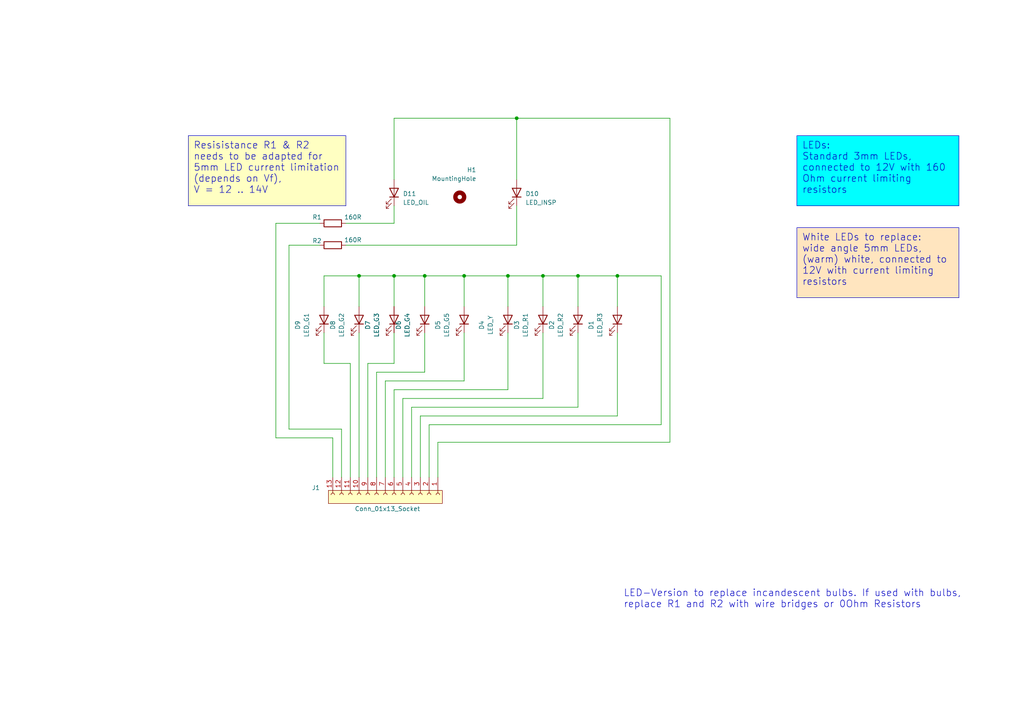
<source format=kicad_sch>
(kicad_sch
	(version 20231120)
	(generator "eeschema")
	(generator_version "8.0")
	(uuid "28701a9c-d23d-46df-8581-995298ac6e43")
	(paper "A4")
	(title_block
		(title "E30 VFL SI Indicator Board (9 LED)")
		(date "2024-06-15")
		(rev "2")
	)
	(lib_symbols
		(symbol "Connector:Conn_01x13_Socket"
			(pin_names
				(offset 1.016) hide)
			(exclude_from_sim no)
			(in_bom yes)
			(on_board yes)
			(property "Reference" "J1"
				(at -2.032 -21.336 90)
				(effects
					(font
						(size 1.27 1.27)
					)
					(justify left)
				)
			)
			(property "Value" "Conn_01x13_Socket"
				(at 4.064 -8.89 90)
				(effects
					(font
						(size 1.27 1.27)
					)
					(justify left)
				)
			)
			(property "Footprint" "Connector_PinSocket_2.54mm:PinSocket_1x13_P2.54mm_Horizontal"
				(at -5.588 22.86 0)
				(effects
					(font
						(size 1.27 1.27)
					)
					(hide yes)
				)
			)
			(property "Datasheet" "~"
				(at 0 0 0)
				(effects
					(font
						(size 1.27 1.27)
					)
					(hide yes)
				)
			)
			(property "Description" "Generic connector, single row, 01x13, script generated"
				(at -4.572 20.066 0)
				(effects
					(font
						(size 1.27 1.27)
					)
					(hide yes)
				)
			)
			(property "ki_locked" ""
				(at 0 0 0)
				(effects
					(font
						(size 1.27 1.27)
					)
				)
			)
			(property "ki_keywords" "connector"
				(at 0 0 0)
				(effects
					(font
						(size 1.27 1.27)
					)
					(hide yes)
				)
			)
			(property "ki_fp_filters" "Connector*:*_1x??_*"
				(at 0 0 0)
				(effects
					(font
						(size 1.27 1.27)
					)
					(hide yes)
				)
			)
			(symbol "Conn_01x13_Socket_1_1"
				(rectangle
					(start -1.27 16.51)
					(end 2.54 -16.51)
					(stroke
						(width 0)
						(type default)
					)
					(fill
						(type background)
					)
				)
				(arc
					(start 0 -14.732)
					(mid -0.5058 -15.24)
					(end 0 -15.748)
					(stroke
						(width 0.1524)
						(type default)
					)
					(fill
						(type none)
					)
				)
				(arc
					(start 0 -12.192)
					(mid -0.5058 -12.7)
					(end 0 -13.208)
					(stroke
						(width 0.1524)
						(type default)
					)
					(fill
						(type none)
					)
				)
				(arc
					(start 0 -9.652)
					(mid -0.5058 -10.16)
					(end 0 -10.668)
					(stroke
						(width 0.1524)
						(type default)
					)
					(fill
						(type none)
					)
				)
				(arc
					(start 0 -7.112)
					(mid -0.5058 -7.62)
					(end 0 -8.128)
					(stroke
						(width 0.1524)
						(type default)
					)
					(fill
						(type none)
					)
				)
				(arc
					(start 0 -4.572)
					(mid -0.5058 -5.08)
					(end 0 -5.588)
					(stroke
						(width 0.1524)
						(type default)
					)
					(fill
						(type none)
					)
				)
				(arc
					(start 0 -2.032)
					(mid -0.5058 -2.54)
					(end 0 -3.048)
					(stroke
						(width 0.1524)
						(type default)
					)
					(fill
						(type none)
					)
				)
				(polyline
					(pts
						(xy -1.27 -15.24) (xy -0.508 -15.24)
					)
					(stroke
						(width 0.1524)
						(type default)
					)
					(fill
						(type none)
					)
				)
				(polyline
					(pts
						(xy -1.27 -12.7) (xy -0.508 -12.7)
					)
					(stroke
						(width 0.1524)
						(type default)
					)
					(fill
						(type none)
					)
				)
				(polyline
					(pts
						(xy -1.27 -10.16) (xy -0.508 -10.16)
					)
					(stroke
						(width 0.1524)
						(type default)
					)
					(fill
						(type none)
					)
				)
				(polyline
					(pts
						(xy -1.27 -7.62) (xy -0.508 -7.62)
					)
					(stroke
						(width 0.1524)
						(type default)
					)
					(fill
						(type none)
					)
				)
				(polyline
					(pts
						(xy -1.27 -5.08) (xy -0.508 -5.08)
					)
					(stroke
						(width 0.1524)
						(type default)
					)
					(fill
						(type none)
					)
				)
				(polyline
					(pts
						(xy -1.27 -2.54) (xy -0.508 -2.54)
					)
					(stroke
						(width 0.1524)
						(type default)
					)
					(fill
						(type none)
					)
				)
				(polyline
					(pts
						(xy -1.27 0) (xy -0.508 0)
					)
					(stroke
						(width 0.1524)
						(type default)
					)
					(fill
						(type none)
					)
				)
				(polyline
					(pts
						(xy -1.27 2.54) (xy -0.508 2.54)
					)
					(stroke
						(width 0.1524)
						(type default)
					)
					(fill
						(type none)
					)
				)
				(polyline
					(pts
						(xy -1.27 5.08) (xy -0.508 5.08)
					)
					(stroke
						(width 0.1524)
						(type default)
					)
					(fill
						(type none)
					)
				)
				(polyline
					(pts
						(xy -1.27 7.62) (xy -0.508 7.62)
					)
					(stroke
						(width 0.1524)
						(type default)
					)
					(fill
						(type none)
					)
				)
				(polyline
					(pts
						(xy -1.27 10.16) (xy -0.508 10.16)
					)
					(stroke
						(width 0.1524)
						(type default)
					)
					(fill
						(type none)
					)
				)
				(polyline
					(pts
						(xy -1.27 12.7) (xy -0.508 12.7)
					)
					(stroke
						(width 0.1524)
						(type default)
					)
					(fill
						(type none)
					)
				)
				(polyline
					(pts
						(xy -1.27 15.24) (xy -0.508 15.24)
					)
					(stroke
						(width 0.1524)
						(type default)
					)
					(fill
						(type none)
					)
				)
				(arc
					(start 0 0.508)
					(mid -0.5058 0)
					(end 0 -0.508)
					(stroke
						(width 0.1524)
						(type default)
					)
					(fill
						(type none)
					)
				)
				(arc
					(start 0 3.048)
					(mid -0.5058 2.54)
					(end 0 2.032)
					(stroke
						(width 0.1524)
						(type default)
					)
					(fill
						(type none)
					)
				)
				(arc
					(start 0 5.588)
					(mid -0.5058 5.08)
					(end 0 4.572)
					(stroke
						(width 0.1524)
						(type default)
					)
					(fill
						(type none)
					)
				)
				(arc
					(start 0 8.128)
					(mid -0.5058 7.62)
					(end 0 7.112)
					(stroke
						(width 0.1524)
						(type default)
					)
					(fill
						(type none)
					)
				)
				(arc
					(start 0 10.668)
					(mid -0.5058 10.16)
					(end 0 9.652)
					(stroke
						(width 0.1524)
						(type default)
					)
					(fill
						(type none)
					)
				)
				(arc
					(start 0 13.208)
					(mid -0.5058 12.7)
					(end 0 12.192)
					(stroke
						(width 0.1524)
						(type default)
					)
					(fill
						(type none)
					)
				)
				(arc
					(start 0 15.748)
					(mid -0.5058 15.24)
					(end 0 14.732)
					(stroke
						(width 0.1524)
						(type default)
					)
					(fill
						(type none)
					)
				)
				(pin passive line
					(at -5.08 15.24 0)
					(length 3.81)
					(name "GND_BULB"
						(effects
							(font
								(size 1.27 1.27)
							)
						)
					)
					(number "1"
						(effects
							(font
								(size 1.27 1.27)
							)
						)
					)
				)
				(pin passive line
					(at -5.08 -7.62 0)
					(length 3.81)
					(name "LED_G2"
						(effects
							(font
								(size 1.27 1.27)
							)
						)
					)
					(number "10"
						(effects
							(font
								(size 1.27 1.27)
							)
						)
					)
				)
				(pin passive line
					(at -5.08 -10.16 0)
					(length 3.81)
					(name "LED_G1"
						(effects
							(font
								(size 1.27 1.27)
							)
						)
					)
					(number "11"
						(effects
							(font
								(size 1.27 1.27)
							)
						)
					)
				)
				(pin passive line
					(at -5.08 -12.7 0)
					(length 3.81)
					(name "BULB_INSPECTION"
						(effects
							(font
								(size 1.27 1.27)
							)
						)
					)
					(number "12"
						(effects
							(font
								(size 1.27 1.27)
							)
						)
					)
				)
				(pin passive line
					(at -5.08 -15.24 0)
					(length 3.81)
					(name "BULB_OILSERVICE"
						(effects
							(font
								(size 1.27 1.27)
							)
						)
					)
					(number "13"
						(effects
							(font
								(size 1.27 1.27)
							)
						)
					)
				)
				(pin passive line
					(at -5.08 12.7 0)
					(length 3.81)
					(name "GND_LED"
						(effects
							(font
								(size 1.27 1.27)
							)
						)
					)
					(number "2"
						(effects
							(font
								(size 1.27 1.27)
							)
						)
					)
				)
				(pin passive line
					(at -5.08 10.16 0)
					(length 3.81)
					(name "LED_R3"
						(effects
							(font
								(size 1.27 1.27)
							)
						)
					)
					(number "3"
						(effects
							(font
								(size 1.27 1.27)
							)
						)
					)
				)
				(pin passive line
					(at -5.08 7.62 0)
					(length 3.81)
					(name "LED_R2"
						(effects
							(font
								(size 1.27 1.27)
							)
						)
					)
					(number "4"
						(effects
							(font
								(size 1.27 1.27)
							)
						)
					)
				)
				(pin passive line
					(at -5.08 5.08 0)
					(length 3.81)
					(name "LED_R1"
						(effects
							(font
								(size 1.27 1.27)
							)
						)
					)
					(number "5"
						(effects
							(font
								(size 1.27 1.27)
							)
						)
					)
				)
				(pin passive line
					(at -5.08 2.54 0)
					(length 3.81)
					(name "LED_Y"
						(effects
							(font
								(size 1.27 1.27)
							)
						)
					)
					(number "6"
						(effects
							(font
								(size 1.27 1.27)
							)
						)
					)
				)
				(pin passive line
					(at -5.08 0 0)
					(length 3.81)
					(name "LED_G5"
						(effects
							(font
								(size 1.27 1.27)
							)
						)
					)
					(number "7"
						(effects
							(font
								(size 1.27 1.27)
							)
						)
					)
				)
				(pin passive line
					(at -5.08 -2.54 0)
					(length 3.81)
					(name "LED_G4"
						(effects
							(font
								(size 1.27 1.27)
							)
						)
					)
					(number "8"
						(effects
							(font
								(size 1.27 1.27)
							)
						)
					)
				)
				(pin passive line
					(at -5.08 -5.08 0)
					(length 3.81)
					(name "LED_G3"
						(effects
							(font
								(size 1.27 1.27)
							)
						)
					)
					(number "9"
						(effects
							(font
								(size 1.27 1.27)
							)
						)
					)
				)
			)
		)
		(symbol "Device:LED"
			(pin_numbers hide)
			(pin_names
				(offset 1.016) hide)
			(exclude_from_sim no)
			(in_bom yes)
			(on_board yes)
			(property "Reference" "D"
				(at 0 2.54 0)
				(effects
					(font
						(size 1.27 1.27)
					)
				)
			)
			(property "Value" "LED"
				(at 0 -2.54 0)
				(effects
					(font
						(size 1.27 1.27)
					)
				)
			)
			(property "Footprint" ""
				(at 0 0 0)
				(effects
					(font
						(size 1.27 1.27)
					)
					(hide yes)
				)
			)
			(property "Datasheet" "~"
				(at 0 0 0)
				(effects
					(font
						(size 1.27 1.27)
					)
					(hide yes)
				)
			)
			(property "Description" "Light emitting diode"
				(at 0 0 0)
				(effects
					(font
						(size 1.27 1.27)
					)
					(hide yes)
				)
			)
			(property "ki_keywords" "LED diode"
				(at 0 0 0)
				(effects
					(font
						(size 1.27 1.27)
					)
					(hide yes)
				)
			)
			(property "ki_fp_filters" "LED* LED_SMD:* LED_THT:*"
				(at 0 0 0)
				(effects
					(font
						(size 1.27 1.27)
					)
					(hide yes)
				)
			)
			(symbol "LED_0_1"
				(polyline
					(pts
						(xy -1.27 -1.27) (xy -1.27 1.27)
					)
					(stroke
						(width 0.254)
						(type default)
					)
					(fill
						(type none)
					)
				)
				(polyline
					(pts
						(xy -1.27 0) (xy 1.27 0)
					)
					(stroke
						(width 0)
						(type default)
					)
					(fill
						(type none)
					)
				)
				(polyline
					(pts
						(xy 1.27 -1.27) (xy 1.27 1.27) (xy -1.27 0) (xy 1.27 -1.27)
					)
					(stroke
						(width 0.254)
						(type default)
					)
					(fill
						(type none)
					)
				)
				(polyline
					(pts
						(xy -3.048 -0.762) (xy -4.572 -2.286) (xy -3.81 -2.286) (xy -4.572 -2.286) (xy -4.572 -1.524)
					)
					(stroke
						(width 0)
						(type default)
					)
					(fill
						(type none)
					)
				)
				(polyline
					(pts
						(xy -1.778 -0.762) (xy -3.302 -2.286) (xy -2.54 -2.286) (xy -3.302 -2.286) (xy -3.302 -1.524)
					)
					(stroke
						(width 0)
						(type default)
					)
					(fill
						(type none)
					)
				)
			)
			(symbol "LED_1_1"
				(pin passive line
					(at -3.81 0 0)
					(length 2.54)
					(name "K"
						(effects
							(font
								(size 1.27 1.27)
							)
						)
					)
					(number "1"
						(effects
							(font
								(size 1.27 1.27)
							)
						)
					)
				)
				(pin passive line
					(at 3.81 0 180)
					(length 2.54)
					(name "A"
						(effects
							(font
								(size 1.27 1.27)
							)
						)
					)
					(number "2"
						(effects
							(font
								(size 1.27 1.27)
							)
						)
					)
				)
			)
		)
		(symbol "Device:R"
			(pin_numbers hide)
			(pin_names
				(offset 0)
			)
			(exclude_from_sim no)
			(in_bom yes)
			(on_board yes)
			(property "Reference" "R"
				(at 2.032 0 90)
				(effects
					(font
						(size 1.27 1.27)
					)
				)
			)
			(property "Value" "R"
				(at 0 0 90)
				(effects
					(font
						(size 1.27 1.27)
					)
				)
			)
			(property "Footprint" ""
				(at -1.778 0 90)
				(effects
					(font
						(size 1.27 1.27)
					)
					(hide yes)
				)
			)
			(property "Datasheet" "~"
				(at 0 0 0)
				(effects
					(font
						(size 1.27 1.27)
					)
					(hide yes)
				)
			)
			(property "Description" "Resistor"
				(at 0 0 0)
				(effects
					(font
						(size 1.27 1.27)
					)
					(hide yes)
				)
			)
			(property "ki_keywords" "R res resistor"
				(at 0 0 0)
				(effects
					(font
						(size 1.27 1.27)
					)
					(hide yes)
				)
			)
			(property "ki_fp_filters" "R_*"
				(at 0 0 0)
				(effects
					(font
						(size 1.27 1.27)
					)
					(hide yes)
				)
			)
			(symbol "R_0_1"
				(rectangle
					(start -1.016 -2.54)
					(end 1.016 2.54)
					(stroke
						(width 0.254)
						(type default)
					)
					(fill
						(type none)
					)
				)
			)
			(symbol "R_1_1"
				(pin passive line
					(at 0 3.81 270)
					(length 1.27)
					(name "~"
						(effects
							(font
								(size 1.27 1.27)
							)
						)
					)
					(number "1"
						(effects
							(font
								(size 1.27 1.27)
							)
						)
					)
				)
				(pin passive line
					(at 0 -3.81 90)
					(length 1.27)
					(name "~"
						(effects
							(font
								(size 1.27 1.27)
							)
						)
					)
					(number "2"
						(effects
							(font
								(size 1.27 1.27)
							)
						)
					)
				)
			)
		)
		(symbol "Mechanical:MountingHole"
			(pin_names
				(offset 1.016)
			)
			(exclude_from_sim yes)
			(in_bom no)
			(on_board yes)
			(property "Reference" "H"
				(at 0 5.08 0)
				(effects
					(font
						(size 1.27 1.27)
					)
				)
			)
			(property "Value" "MountingHole"
				(at 0 3.175 0)
				(effects
					(font
						(size 1.27 1.27)
					)
				)
			)
			(property "Footprint" ""
				(at 0 0 0)
				(effects
					(font
						(size 1.27 1.27)
					)
					(hide yes)
				)
			)
			(property "Datasheet" "~"
				(at 0 0 0)
				(effects
					(font
						(size 1.27 1.27)
					)
					(hide yes)
				)
			)
			(property "Description" "Mounting Hole without connection"
				(at 0 0 0)
				(effects
					(font
						(size 1.27 1.27)
					)
					(hide yes)
				)
			)
			(property "ki_keywords" "mounting hole"
				(at 0 0 0)
				(effects
					(font
						(size 1.27 1.27)
					)
					(hide yes)
				)
			)
			(property "ki_fp_filters" "MountingHole*"
				(at 0 0 0)
				(effects
					(font
						(size 1.27 1.27)
					)
					(hide yes)
				)
			)
			(symbol "MountingHole_0_1"
				(circle
					(center 0 0)
					(radius 1.27)
					(stroke
						(width 1.27)
						(type default)
					)
					(fill
						(type none)
					)
				)
			)
		)
	)
	(junction
		(at 149.86 34.29)
		(diameter 0)
		(color 0 0 0 0)
		(uuid "01e77aac-425d-4f22-8a7d-e5590a9975c1")
	)
	(junction
		(at 157.48 80.01)
		(diameter 0)
		(color 0 0 0 0)
		(uuid "0c5d28ec-faef-4b31-8074-06836b5c3b1f")
	)
	(junction
		(at 134.62 80.01)
		(diameter 0)
		(color 0 0 0 0)
		(uuid "1fa4cf51-3268-4613-bcc6-732733704f3c")
	)
	(junction
		(at 167.64 80.01)
		(diameter 0)
		(color 0 0 0 0)
		(uuid "5d94c471-88f4-4175-b04e-209cf60b1fe5")
	)
	(junction
		(at 104.14 80.01)
		(diameter 0)
		(color 0 0 0 0)
		(uuid "67b56741-512a-4cfe-b1c5-f33db27a97a1")
	)
	(junction
		(at 147.32 80.01)
		(diameter 0)
		(color 0 0 0 0)
		(uuid "8158bcce-b27b-4907-b8b7-a57cc59e5325")
	)
	(junction
		(at 123.19 80.01)
		(diameter 0)
		(color 0 0 0 0)
		(uuid "98b316ff-d0e1-4d43-b085-09efdbbdfe08")
	)
	(junction
		(at 179.07 80.01)
		(diameter 0)
		(color 0 0 0 0)
		(uuid "b887fa28-bec7-4cc0-966f-95d0d3fdb843")
	)
	(junction
		(at 114.3 80.01)
		(diameter 0)
		(color 0 0 0 0)
		(uuid "d71e5686-841a-4a88-864f-755247f8283a")
	)
	(wire
		(pts
			(xy 93.98 88.9) (xy 93.98 80.01)
		)
		(stroke
			(width 0)
			(type default)
		)
		(uuid "0187928d-84b8-40fa-ac38-4c0f5a19d9b6")
	)
	(wire
		(pts
			(xy 194.31 128.27) (xy 194.31 34.29)
		)
		(stroke
			(width 0)
			(type default)
		)
		(uuid "0d60e459-c697-4c99-956a-d2a6d222be0c")
	)
	(wire
		(pts
			(xy 114.3 52.07) (xy 114.3 34.29)
		)
		(stroke
			(width 0)
			(type default)
		)
		(uuid "1363e373-c095-4dd7-a1ac-2ab64359e91a")
	)
	(wire
		(pts
			(xy 109.22 138.43) (xy 109.22 107.95)
		)
		(stroke
			(width 0)
			(type default)
		)
		(uuid "25866954-0d5a-4986-85da-2784d566716b")
	)
	(wire
		(pts
			(xy 114.3 138.43) (xy 114.3 113.03)
		)
		(stroke
			(width 0)
			(type default)
		)
		(uuid "26175183-f9ef-4785-bdb5-08eecb810559")
	)
	(wire
		(pts
			(xy 134.62 80.01) (xy 123.19 80.01)
		)
		(stroke
			(width 0)
			(type default)
		)
		(uuid "26f68217-a779-4b9f-8520-9636d370ce48")
	)
	(wire
		(pts
			(xy 116.84 138.43) (xy 116.84 115.57)
		)
		(stroke
			(width 0)
			(type default)
		)
		(uuid "28dec619-61b4-4f77-a84b-deaeb020cb2c")
	)
	(wire
		(pts
			(xy 99.06 138.43) (xy 99.06 124.46)
		)
		(stroke
			(width 0)
			(type default)
		)
		(uuid "2ba1d81f-0c37-4bd4-ad37-2d0ef146b6ed")
	)
	(wire
		(pts
			(xy 101.6 138.43) (xy 101.6 105.41)
		)
		(stroke
			(width 0)
			(type default)
		)
		(uuid "2c6319fe-b573-4246-ac16-cd961d198333")
	)
	(wire
		(pts
			(xy 147.32 88.9) (xy 147.32 80.01)
		)
		(stroke
			(width 0)
			(type default)
		)
		(uuid "348a1c49-270f-44e1-ba9a-7670c8c0ee09")
	)
	(wire
		(pts
			(xy 100.33 64.77) (xy 114.3 64.77)
		)
		(stroke
			(width 0)
			(type default)
		)
		(uuid "37702ca0-2b67-428e-be4a-c11f72ac97bd")
	)
	(wire
		(pts
			(xy 114.3 80.01) (xy 104.14 80.01)
		)
		(stroke
			(width 0)
			(type default)
		)
		(uuid "3b7b7a89-3edc-45ee-bf45-5bc1c08728ef")
	)
	(wire
		(pts
			(xy 101.6 105.41) (xy 93.98 105.41)
		)
		(stroke
			(width 0)
			(type default)
		)
		(uuid "3ea8b653-88b0-452e-9e3c-3261eedd033c")
	)
	(wire
		(pts
			(xy 96.52 138.43) (xy 96.52 127)
		)
		(stroke
			(width 0)
			(type default)
		)
		(uuid "40d75380-c539-4a50-aa3d-a01f5ba02bc2")
	)
	(wire
		(pts
			(xy 147.32 113.03) (xy 147.32 96.52)
		)
		(stroke
			(width 0)
			(type default)
		)
		(uuid "48719739-46cc-4707-ab56-0f9e3482bf1a")
	)
	(wire
		(pts
			(xy 179.07 120.65) (xy 179.07 96.52)
		)
		(stroke
			(width 0)
			(type default)
		)
		(uuid "49b6659b-3bab-4580-8501-ecea11db221b")
	)
	(wire
		(pts
			(xy 114.3 113.03) (xy 147.32 113.03)
		)
		(stroke
			(width 0)
			(type default)
		)
		(uuid "5193b852-0e91-4247-9f94-942bdcd7c439")
	)
	(wire
		(pts
			(xy 179.07 88.9) (xy 179.07 80.01)
		)
		(stroke
			(width 0)
			(type default)
		)
		(uuid "566582f5-8a66-4bbd-8a27-af8835e1435d")
	)
	(wire
		(pts
			(xy 119.38 138.43) (xy 119.38 118.11)
		)
		(stroke
			(width 0)
			(type default)
		)
		(uuid "56d72c7b-02c6-4254-8a21-524f2c16a196")
	)
	(wire
		(pts
			(xy 109.22 107.95) (xy 123.19 107.95)
		)
		(stroke
			(width 0)
			(type default)
		)
		(uuid "5db2cc3a-6150-43c5-911f-d87aa5d2b666")
	)
	(wire
		(pts
			(xy 179.07 80.01) (xy 167.64 80.01)
		)
		(stroke
			(width 0)
			(type default)
		)
		(uuid "5e8ea94a-0bf3-40ef-85e8-381425275b36")
	)
	(wire
		(pts
			(xy 149.86 52.07) (xy 149.86 34.29)
		)
		(stroke
			(width 0)
			(type default)
		)
		(uuid "6c2de2fe-f48a-469b-9668-378e8bd172a9")
	)
	(wire
		(pts
			(xy 93.98 105.41) (xy 93.98 96.52)
		)
		(stroke
			(width 0)
			(type default)
		)
		(uuid "6ed23116-04de-43b7-bb81-e8757400cb2a")
	)
	(wire
		(pts
			(xy 167.64 118.11) (xy 167.64 96.52)
		)
		(stroke
			(width 0)
			(type default)
		)
		(uuid "703a2a03-2d1c-4442-bac6-9f99ba4fd1b9")
	)
	(wire
		(pts
			(xy 121.92 138.43) (xy 121.92 120.65)
		)
		(stroke
			(width 0)
			(type default)
		)
		(uuid "713a8d68-2252-4ee2-afba-09c4342c1d8b")
	)
	(wire
		(pts
			(xy 149.86 34.29) (xy 114.3 34.29)
		)
		(stroke
			(width 0)
			(type default)
		)
		(uuid "727a7298-acef-41f5-851d-76b1a114d39b")
	)
	(wire
		(pts
			(xy 134.62 88.9) (xy 134.62 80.01)
		)
		(stroke
			(width 0)
			(type default)
		)
		(uuid "7370d48e-b832-4c25-9618-446a0ee168b8")
	)
	(wire
		(pts
			(xy 100.33 71.12) (xy 149.86 71.12)
		)
		(stroke
			(width 0)
			(type default)
		)
		(uuid "743b7def-7613-4be6-91a0-7d53deb6cc98")
	)
	(wire
		(pts
			(xy 114.3 59.69) (xy 114.3 64.77)
		)
		(stroke
			(width 0)
			(type default)
		)
		(uuid "7e6d012b-67c8-4fd0-98d2-86894d91e96c")
	)
	(wire
		(pts
			(xy 194.31 34.29) (xy 149.86 34.29)
		)
		(stroke
			(width 0)
			(type default)
		)
		(uuid "829637f1-4b3d-450a-b5d1-55e5c5071aa0")
	)
	(wire
		(pts
			(xy 157.48 115.57) (xy 157.48 96.52)
		)
		(stroke
			(width 0)
			(type default)
		)
		(uuid "86d94721-c2e4-4e5d-b12a-8d3d66aa6912")
	)
	(wire
		(pts
			(xy 106.68 138.43) (xy 106.68 105.41)
		)
		(stroke
			(width 0)
			(type default)
		)
		(uuid "8bd42c83-c7c5-4f89-9d38-237abeb4b00e")
	)
	(wire
		(pts
			(xy 80.01 127) (xy 80.01 64.77)
		)
		(stroke
			(width 0)
			(type default)
		)
		(uuid "8f44a566-3a28-4415-9b15-582077525f65")
	)
	(wire
		(pts
			(xy 104.14 138.43) (xy 104.14 96.52)
		)
		(stroke
			(width 0)
			(type default)
		)
		(uuid "90c97833-3271-4b92-9303-fadf24374d03")
	)
	(wire
		(pts
			(xy 83.82 71.12) (xy 92.71 71.12)
		)
		(stroke
			(width 0)
			(type default)
		)
		(uuid "9171c46a-ebc1-4e23-a308-9b191e14f195")
	)
	(wire
		(pts
			(xy 104.14 80.01) (xy 93.98 80.01)
		)
		(stroke
			(width 0)
			(type default)
		)
		(uuid "93711c58-0737-4eaf-883f-3e65aced6225")
	)
	(wire
		(pts
			(xy 123.19 88.9) (xy 123.19 80.01)
		)
		(stroke
			(width 0)
			(type default)
		)
		(uuid "9889b8b6-f357-4401-8136-25c38f7168ff")
	)
	(wire
		(pts
			(xy 127 138.43) (xy 127 128.27)
		)
		(stroke
			(width 0)
			(type default)
		)
		(uuid "9f573c0f-fa4a-4eb2-83d5-53350603ae13")
	)
	(wire
		(pts
			(xy 80.01 127) (xy 96.52 127)
		)
		(stroke
			(width 0)
			(type default)
		)
		(uuid "a02eb3d4-b4d4-41bf-9742-a91c409b2f3e")
	)
	(wire
		(pts
			(xy 106.68 105.41) (xy 114.3 105.41)
		)
		(stroke
			(width 0)
			(type default)
		)
		(uuid "a16032c8-f41e-426f-ba95-08a2468ab42b")
	)
	(wire
		(pts
			(xy 123.19 80.01) (xy 114.3 80.01)
		)
		(stroke
			(width 0)
			(type default)
		)
		(uuid "a20b6540-49ed-4420-b6b7-754e1b67d833")
	)
	(wire
		(pts
			(xy 167.64 88.9) (xy 167.64 80.01)
		)
		(stroke
			(width 0)
			(type default)
		)
		(uuid "a72c3236-8e81-4be9-ad2c-536c1c758b1d")
	)
	(wire
		(pts
			(xy 147.32 80.01) (xy 134.62 80.01)
		)
		(stroke
			(width 0)
			(type default)
		)
		(uuid "ab9ce2ee-4c4b-4025-8316-94fd752971cd")
	)
	(wire
		(pts
			(xy 114.3 88.9) (xy 114.3 80.01)
		)
		(stroke
			(width 0)
			(type default)
		)
		(uuid "b2846dcf-8786-4338-a526-08b90c2cf993")
	)
	(wire
		(pts
			(xy 114.3 105.41) (xy 114.3 96.52)
		)
		(stroke
			(width 0)
			(type default)
		)
		(uuid "b2991807-87ef-4654-b2f1-4f5539f93b06")
	)
	(wire
		(pts
			(xy 119.38 118.11) (xy 167.64 118.11)
		)
		(stroke
			(width 0)
			(type default)
		)
		(uuid "b54f7e47-8a11-4ef3-9be4-0e15661808a5")
	)
	(wire
		(pts
			(xy 123.19 107.95) (xy 123.19 96.52)
		)
		(stroke
			(width 0)
			(type default)
		)
		(uuid "b6701612-4ea3-425f-be98-873a2cf02453")
	)
	(wire
		(pts
			(xy 157.48 88.9) (xy 157.48 80.01)
		)
		(stroke
			(width 0)
			(type default)
		)
		(uuid "b93342fe-60a4-4d89-8fbb-4a2c2ccd310c")
	)
	(wire
		(pts
			(xy 104.14 88.9) (xy 104.14 80.01)
		)
		(stroke
			(width 0)
			(type default)
		)
		(uuid "bae738e2-ea9d-41a8-9921-09a7c42e2dbb")
	)
	(wire
		(pts
			(xy 111.76 110.49) (xy 134.62 110.49)
		)
		(stroke
			(width 0)
			(type default)
		)
		(uuid "bf6502e1-2168-433a-9017-33404e2b6db7")
	)
	(wire
		(pts
			(xy 149.86 71.12) (xy 149.86 59.69)
		)
		(stroke
			(width 0)
			(type default)
		)
		(uuid "c0c31ee0-d52b-4091-ba5d-8744154989b2")
	)
	(wire
		(pts
			(xy 191.77 123.19) (xy 191.77 80.01)
		)
		(stroke
			(width 0)
			(type default)
		)
		(uuid "c1fe71a4-2c0f-41c3-b1c5-c787c6a0d7bb")
	)
	(wire
		(pts
			(xy 80.01 64.77) (xy 92.71 64.77)
		)
		(stroke
			(width 0)
			(type default)
		)
		(uuid "c6c8bf5f-5922-4a74-90fe-d5fccb3b73cc")
	)
	(wire
		(pts
			(xy 121.92 120.65) (xy 179.07 120.65)
		)
		(stroke
			(width 0)
			(type default)
		)
		(uuid "cf3ac623-0bd6-4952-986a-ba5b646ad4d6")
	)
	(wire
		(pts
			(xy 124.46 123.19) (xy 191.77 123.19)
		)
		(stroke
			(width 0)
			(type default)
		)
		(uuid "d0a5e7a1-e2bf-4668-a9d2-dc403f3b0862")
	)
	(wire
		(pts
			(xy 157.48 80.01) (xy 147.32 80.01)
		)
		(stroke
			(width 0)
			(type default)
		)
		(uuid "e2e97361-be09-4e47-a92e-e90f18a6f638")
	)
	(wire
		(pts
			(xy 124.46 138.43) (xy 124.46 123.19)
		)
		(stroke
			(width 0)
			(type default)
		)
		(uuid "e749ca52-6f4f-4924-b7b0-412f2050b280")
	)
	(wire
		(pts
			(xy 191.77 80.01) (xy 179.07 80.01)
		)
		(stroke
			(width 0)
			(type default)
		)
		(uuid "e98c4db4-c698-40f4-8f62-0af3557313ea")
	)
	(wire
		(pts
			(xy 83.82 124.46) (xy 83.82 71.12)
		)
		(stroke
			(width 0)
			(type default)
		)
		(uuid "efdcb343-fd0c-4ef6-916f-6a291d0cb16e")
	)
	(wire
		(pts
			(xy 99.06 124.46) (xy 83.82 124.46)
		)
		(stroke
			(width 0)
			(type default)
		)
		(uuid "f2f4c849-62e5-4c21-867d-e6c67e3b9499")
	)
	(wire
		(pts
			(xy 134.62 110.49) (xy 134.62 96.52)
		)
		(stroke
			(width 0)
			(type default)
		)
		(uuid "f39bd294-09c7-4a2e-8a3e-f458e719b433")
	)
	(wire
		(pts
			(xy 167.64 80.01) (xy 157.48 80.01)
		)
		(stroke
			(width 0)
			(type default)
		)
		(uuid "f75c4341-23f7-49e4-8cb2-309785cd3bed")
	)
	(wire
		(pts
			(xy 127 128.27) (xy 194.31 128.27)
		)
		(stroke
			(width 0)
			(type default)
		)
		(uuid "f7e9f36d-ae7b-4917-8a6a-e1e0bed34655")
	)
	(wire
		(pts
			(xy 116.84 115.57) (xy 157.48 115.57)
		)
		(stroke
			(width 0)
			(type default)
		)
		(uuid "f9e147c1-2bf2-4021-b395-40fda65c5bc1")
	)
	(wire
		(pts
			(xy 111.76 138.43) (xy 111.76 110.49)
		)
		(stroke
			(width 0)
			(type default)
		)
		(uuid "fd0cd2ff-3946-4652-b900-9f022ecc872d")
	)
	(text_box "White LEDs to replace: \nwide angle 5mm LEDs, (warm) white, connected to 12V with current limiting resistors"
		(exclude_from_sim no)
		(at 231.14 66.04 0)
		(size 46.99 20.32)
		(stroke
			(width 0)
			(type default)
		)
		(fill
			(type color)
			(color 255 229 191 1)
		)
		(effects
			(font
				(size 2 2)
			)
			(justify left top)
		)
		(uuid "15afb8b5-865b-4c75-90c5-0b78218f8046")
	)
	(text_box "LEDs: \nStandard 3mm LEDs, connected to 12V with 160 Ohm current limiting resistors"
		(exclude_from_sim no)
		(at 231.14 39.37 0)
		(size 46.99 20.32)
		(stroke
			(width 0)
			(type default)
		)
		(fill
			(type color)
			(color 0 255 255 1)
		)
		(effects
			(font
				(size 2 2)
			)
			(justify left top)
		)
		(uuid "2ac3c393-2dff-4ffd-81e1-d7c45a48d05f")
	)
	(text_box "Resisistance R1 & R2 needs to be adapted for 5mm LED current limitation (depends on Vf), \nV = 12 .. 14V\n"
		(exclude_from_sim no)
		(at 54.61 39.37 0)
		(size 45.72 20.32)
		(stroke
			(width 0)
			(type default)
		)
		(fill
			(type color)
			(color 255 255 194 1)
		)
		(effects
			(font
				(size 2 2)
			)
			(justify left top)
		)
		(uuid "9a9243cf-7afc-452e-bda2-9a2b7350b3f8")
	)
	(text_box ""
		(exclude_from_sim no)
		(at 247.65 39.37 0)
		(size 0 0)
		(stroke
			(width 0)
			(type default)
		)
		(fill
			(type none)
		)
		(effects
			(font
				(size 3 3)
			)
			(justify left top)
		)
		(uuid "fb480fc6-c143-49c1-aba2-1e71259ed3dc")
	)
	(text "LED-Version to replace incandescent bulbs. If used with bulbs, \nreplace R1 and R2 with wire bridges or 0Ohm Resistors"
		(exclude_from_sim no)
		(at 180.848 173.736 0)
		(effects
			(font
				(size 2 2)
			)
			(justify left)
		)
		(uuid "49a4b7c6-bff4-46d9-b079-d641b0a79cc7")
	)
	(symbol
		(lib_id "Device:R")
		(at 96.52 71.12 90)
		(unit 1)
		(exclude_from_sim no)
		(in_bom yes)
		(on_board yes)
		(dnp no)
		(uuid "0532f61a-7798-4c4d-9f20-799fbc8b1146")
		(property "Reference" "R2"
			(at 91.948 69.85 90)
			(effects
				(font
					(size 1.27 1.27)
				)
			)
		)
		(property "Value" "160R"
			(at 102.362 69.596 90)
			(effects
				(font
					(size 1.27 1.27)
				)
			)
		)
		(property "Footprint" "Resistor_THT:R_Axial_DIN0207_L6.3mm_D2.5mm_P7.62mm_Horizontal"
			(at 96.52 72.898 90)
			(effects
				(font
					(size 1.27 1.27)
				)
				(hide yes)
			)
		)
		(property "Datasheet" "~"
			(at 96.52 71.12 0)
			(effects
				(font
					(size 1.27 1.27)
				)
				(hide yes)
			)
		)
		(property "Description" "Resistor"
			(at 96.52 71.12 0)
			(effects
				(font
					(size 1.27 1.27)
				)
				(hide yes)
			)
		)
		(pin "2"
			(uuid "9366feda-a634-4896-a021-0723108efaf9")
		)
		(pin "1"
			(uuid "b2d24de8-a0ff-4be2-9a4b-b1d306ad6e65")
		)
		(instances
			(project "BMW_E30_VFL_SI_Indicator_LED"
				(path "/28701a9c-d23d-46df-8581-995298ac6e43"
					(reference "R2")
					(unit 1)
				)
			)
		)
	)
	(symbol
		(lib_id "Device:LED")
		(at 157.48 92.71 270)
		(mirror x)
		(unit 1)
		(exclude_from_sim no)
		(in_bom yes)
		(on_board yes)
		(dnp no)
		(fields_autoplaced yes)
		(uuid "16d4a8a6-0de5-4156-aea6-9722f2b7d08a")
		(property "Reference" "D3"
			(at 149.86 94.2975 0)
			(effects
				(font
					(size 1.27 1.27)
				)
			)
		)
		(property "Value" "LED_R1"
			(at 152.4 94.2975 0)
			(effects
				(font
					(size 1.27 1.27)
				)
			)
		)
		(property "Footprint" "LED_THT:LED_D3.0mm"
			(at 157.48 92.71 0)
			(effects
				(font
					(size 1.27 1.27)
				)
				(hide yes)
			)
		)
		(property "Datasheet" "~"
			(at 157.48 92.71 0)
			(effects
				(font
					(size 1.27 1.27)
				)
				(hide yes)
			)
		)
		(property "Description" "Light emitting diode"
			(at 157.48 92.71 0)
			(effects
				(font
					(size 1.27 1.27)
				)
				(hide yes)
			)
		)
		(pin "2"
			(uuid "ad266eaa-0548-4375-9e7e-638f1637a13b")
		)
		(pin "1"
			(uuid "98598a18-c22f-4a07-a6dd-f6304402e687")
		)
		(instances
			(project "BMW_E30_VFL_SI_Indicator_LED"
				(path "/28701a9c-d23d-46df-8581-995298ac6e43"
					(reference "D3")
					(unit 1)
				)
			)
		)
	)
	(symbol
		(lib_id "Device:LED")
		(at 123.19 92.71 270)
		(mirror x)
		(unit 1)
		(exclude_from_sim no)
		(in_bom yes)
		(on_board yes)
		(dnp no)
		(fields_autoplaced yes)
		(uuid "406a5d27-9a30-4096-882a-399a0dfcfc20")
		(property "Reference" "D6"
			(at 115.57 94.2975 0)
			(effects
				(font
					(size 1.27 1.27)
				)
			)
		)
		(property "Value" "LED_G4"
			(at 118.11 94.2975 0)
			(effects
				(font
					(size 1.27 1.27)
				)
			)
		)
		(property "Footprint" "LED_THT:LED_D3.0mm"
			(at 123.19 92.71 0)
			(effects
				(font
					(size 1.27 1.27)
				)
				(hide yes)
			)
		)
		(property "Datasheet" "~"
			(at 123.19 92.71 0)
			(effects
				(font
					(size 1.27 1.27)
				)
				(hide yes)
			)
		)
		(property "Description" "Light emitting diode"
			(at 123.19 92.71 0)
			(effects
				(font
					(size 1.27 1.27)
				)
				(hide yes)
			)
		)
		(pin "2"
			(uuid "337fcad3-d2ca-4375-81bb-fa466fc594c6")
		)
		(pin "1"
			(uuid "bec5fde6-c3c4-4dc6-aaf5-6cf6d0781842")
		)
		(instances
			(project "BMW_E30_VFL_SI_Indicator_LED"
				(path "/28701a9c-d23d-46df-8581-995298ac6e43"
					(reference "D6")
					(unit 1)
				)
			)
		)
	)
	(symbol
		(lib_id "Device:LED")
		(at 179.07 92.71 270)
		(mirror x)
		(unit 1)
		(exclude_from_sim no)
		(in_bom yes)
		(on_board yes)
		(dnp no)
		(fields_autoplaced yes)
		(uuid "5f1a7879-6ca3-4bda-a05e-e4de132b56f1")
		(property "Reference" "D1"
			(at 171.45 94.2975 0)
			(effects
				(font
					(size 1.27 1.27)
				)
			)
		)
		(property "Value" "LED_R3"
			(at 173.99 94.2975 0)
			(effects
				(font
					(size 1.27 1.27)
				)
			)
		)
		(property "Footprint" "LED_THT:LED_D3.0mm"
			(at 179.07 92.71 0)
			(effects
				(font
					(size 1.27 1.27)
				)
				(hide yes)
			)
		)
		(property "Datasheet" "~"
			(at 179.07 92.71 0)
			(effects
				(font
					(size 1.27 1.27)
				)
				(hide yes)
			)
		)
		(property "Description" "Light emitting diode"
			(at 179.07 92.71 0)
			(effects
				(font
					(size 1.27 1.27)
				)
				(hide yes)
			)
		)
		(pin "2"
			(uuid "0f19776a-48d8-4ab6-a9b8-20ad47dd19dc")
		)
		(pin "1"
			(uuid "8c9a11c8-37bb-4e94-8698-7bfda4b1e42b")
		)
		(instances
			(project "BMW_E30_VFL_SI_Indicator_LED"
				(path "/28701a9c-d23d-46df-8581-995298ac6e43"
					(reference "D1")
					(unit 1)
				)
			)
		)
	)
	(symbol
		(lib_id "Mechanical:MountingHole")
		(at 133.35 57.15 90)
		(unit 1)
		(exclude_from_sim yes)
		(in_bom no)
		(on_board yes)
		(dnp no)
		(uuid "68e745eb-9e2e-43f8-8860-85d7fa86c648")
		(property "Reference" "H1"
			(at 138.176 49.276 90)
			(effects
				(font
					(size 1.27 1.27)
				)
				(justify left)
			)
		)
		(property "Value" "MountingHole"
			(at 138.176 51.816 90)
			(effects
				(font
					(size 1.27 1.27)
				)
				(justify left)
			)
		)
		(property "Footprint" "MountingHole:MountingHole_5.5mm"
			(at 133.35 57.15 0)
			(effects
				(font
					(size 1.27 1.27)
				)
				(hide yes)
			)
		)
		(property "Datasheet" "~"
			(at 133.35 57.15 0)
			(effects
				(font
					(size 1.27 1.27)
				)
				(hide yes)
			)
		)
		(property "Description" "Mounting Hole without connection"
			(at 133.35 57.15 0)
			(effects
				(font
					(size 1.27 1.27)
				)
				(hide yes)
			)
		)
		(instances
			(project "BMW_E30_VFL_SI_Indicator_LED"
				(path "/28701a9c-d23d-46df-8581-995298ac6e43"
					(reference "H1")
					(unit 1)
				)
			)
		)
	)
	(symbol
		(lib_id "Device:LED")
		(at 114.3 92.71 270)
		(mirror x)
		(unit 1)
		(exclude_from_sim no)
		(in_bom yes)
		(on_board yes)
		(dnp no)
		(fields_autoplaced yes)
		(uuid "701fb81d-90c2-4837-942b-098cf0d26d6b")
		(property "Reference" "D7"
			(at 106.68 94.2975 0)
			(effects
				(font
					(size 1.27 1.27)
				)
			)
		)
		(property "Value" "LED_G3"
			(at 109.22 94.2975 0)
			(effects
				(font
					(size 1.27 1.27)
				)
			)
		)
		(property "Footprint" "LED_THT:LED_D3.0mm"
			(at 114.3 92.71 0)
			(effects
				(font
					(size 1.27 1.27)
				)
				(hide yes)
			)
		)
		(property "Datasheet" "~"
			(at 114.3 92.71 0)
			(effects
				(font
					(size 1.27 1.27)
				)
				(hide yes)
			)
		)
		(property "Description" "Light emitting diode"
			(at 114.3 92.71 0)
			(effects
				(font
					(size 1.27 1.27)
				)
				(hide yes)
			)
		)
		(pin "2"
			(uuid "45610630-00bd-42a5-bc8c-ca224809ac92")
		)
		(pin "1"
			(uuid "c16c1d43-e161-4e80-958d-9eff4154bdfd")
		)
		(instances
			(project "BMW_E30_VFL_SI_Indicator_LED"
				(path "/28701a9c-d23d-46df-8581-995298ac6e43"
					(reference "D7")
					(unit 1)
				)
			)
		)
	)
	(symbol
		(lib_id "Device:LED")
		(at 149.86 55.88 270)
		(mirror x)
		(unit 1)
		(exclude_from_sim no)
		(in_bom yes)
		(on_board yes)
		(dnp no)
		(fields_autoplaced yes)
		(uuid "72a74ab1-b1ce-4c5f-8f00-389eaf19c596")
		(property "Reference" "D10"
			(at 152.4 56.1974 90)
			(effects
				(font
					(size 1.27 1.27)
				)
				(justify left)
			)
		)
		(property "Value" "LED_INSP"
			(at 152.4 58.7374 90)
			(effects
				(font
					(size 1.27 1.27)
				)
				(justify left)
			)
		)
		(property "Footprint" "LED_THT:LED_Rectangular_W5.0mm_H2.0mm_Horizontal_O6.35mm_Z1.0mm"
			(at 149.86 55.88 0)
			(effects
				(font
					(size 1.27 1.27)
				)
				(hide yes)
			)
		)
		(property "Datasheet" "~"
			(at 149.86 55.88 0)
			(effects
				(font
					(size 1.27 1.27)
				)
				(hide yes)
			)
		)
		(property "Description" "Light emitting diode"
			(at 149.86 55.88 0)
			(effects
				(font
					(size 1.27 1.27)
				)
				(hide yes)
			)
		)
		(pin "2"
			(uuid "8cdca971-549d-4e3f-9c7d-c259cfe8ff72")
		)
		(pin "1"
			(uuid "798db439-6b5e-4cae-8efd-bac6f523e94f")
		)
		(instances
			(project "BMW_E30_VFL_SI_Indicator_LED"
				(path "/28701a9c-d23d-46df-8581-995298ac6e43"
					(reference "D10")
					(unit 1)
				)
			)
		)
	)
	(symbol
		(lib_id "Device:LED")
		(at 93.98 92.71 270)
		(mirror x)
		(unit 1)
		(exclude_from_sim no)
		(in_bom yes)
		(on_board yes)
		(dnp no)
		(fields_autoplaced yes)
		(uuid "808b733a-624b-469d-b675-98edf7fea587")
		(property "Reference" "D9"
			(at 86.36 94.2975 0)
			(effects
				(font
					(size 1.27 1.27)
				)
			)
		)
		(property "Value" "LED_G1"
			(at 88.9 94.2975 0)
			(effects
				(font
					(size 1.27 1.27)
				)
			)
		)
		(property "Footprint" "LED_THT:LED_D3.0mm"
			(at 93.98 92.71 0)
			(effects
				(font
					(size 1.27 1.27)
				)
				(hide yes)
			)
		)
		(property "Datasheet" "~"
			(at 93.98 92.71 0)
			(effects
				(font
					(size 1.27 1.27)
				)
				(hide yes)
			)
		)
		(property "Description" "Light emitting diode"
			(at 93.98 92.71 0)
			(effects
				(font
					(size 1.27 1.27)
				)
				(hide yes)
			)
		)
		(pin "2"
			(uuid "0dd98994-fe39-4d82-82ce-1f6563c81260")
		)
		(pin "1"
			(uuid "5b6ce2b2-0d5c-40b9-a98a-90c3a72a257b")
		)
		(instances
			(project "BMW_E30_VFL_SI_Indicator_LED"
				(path "/28701a9c-d23d-46df-8581-995298ac6e43"
					(reference "D9")
					(unit 1)
				)
			)
		)
	)
	(symbol
		(lib_id "Device:LED")
		(at 167.64 92.71 270)
		(mirror x)
		(unit 1)
		(exclude_from_sim no)
		(in_bom yes)
		(on_board yes)
		(dnp no)
		(fields_autoplaced yes)
		(uuid "add39d2f-c10e-436c-8678-d8573b1c61a4")
		(property "Reference" "D2"
			(at 160.02 94.2975 0)
			(effects
				(font
					(size 1.27 1.27)
				)
			)
		)
		(property "Value" "LED_R2"
			(at 162.56 94.2975 0)
			(effects
				(font
					(size 1.27 1.27)
				)
			)
		)
		(property "Footprint" "LED_THT:LED_D3.0mm"
			(at 167.64 92.71 0)
			(effects
				(font
					(size 1.27 1.27)
				)
				(hide yes)
			)
		)
		(property "Datasheet" "~"
			(at 167.64 92.71 0)
			(effects
				(font
					(size 1.27 1.27)
				)
				(hide yes)
			)
		)
		(property "Description" "Light emitting diode"
			(at 167.64 92.71 0)
			(effects
				(font
					(size 1.27 1.27)
				)
				(hide yes)
			)
		)
		(pin "2"
			(uuid "15637c6f-7303-4287-96ca-bd4f98b8c298")
		)
		(pin "1"
			(uuid "4a13e399-3e76-4e2d-9ed3-2ccce4965f65")
		)
		(instances
			(project "BMW_E30_VFL_SI_Indicator_LED"
				(path "/28701a9c-d23d-46df-8581-995298ac6e43"
					(reference "D2")
					(unit 1)
				)
			)
		)
	)
	(symbol
		(lib_id "Connector:Conn_01x13_Socket")
		(at 111.76 143.51 270)
		(unit 1)
		(exclude_from_sim no)
		(in_bom yes)
		(on_board yes)
		(dnp no)
		(uuid "c83c0f3a-bcb5-4d17-9fb0-2b29ba5ca7b6")
		(property "Reference" "J1"
			(at 90.424 141.478 90)
			(effects
				(font
					(size 1.27 1.27)
				)
				(justify left)
			)
		)
		(property "Value" "Conn_01x13_Socket"
			(at 102.87 147.574 90)
			(effects
				(font
					(size 1.27 1.27)
				)
				(justify left)
			)
		)
		(property "Footprint" "Connector_PinSocket_2.54mm:PinSocket_1x13_P2.54mm_Horizontal"
			(at 134.62 137.922 0)
			(effects
				(font
					(size 1.27 1.27)
				)
				(hide yes)
			)
		)
		(property "Datasheet" "~"
			(at 111.76 143.51 0)
			(effects
				(font
					(size 1.27 1.27)
				)
				(hide yes)
			)
		)
		(property "Description" "Generic connector, single row, 01x13, script generated"
			(at 131.826 138.938 0)
			(effects
				(font
					(size 1.27 1.27)
				)
				(hide yes)
			)
		)
		(pin "1"
			(uuid "96c2fa5b-3fb3-4826-8fec-5e2f247fcef9")
		)
		(pin "3"
			(uuid "30d54b7f-634a-4b24-a553-e5452bbf6fb0")
		)
		(pin "8"
			(uuid "3b6eae76-f1c1-4b60-be6b-5dd54e82e856")
		)
		(pin "5"
			(uuid "f3812121-8e76-4a2c-827e-e059d4cec4cb")
		)
		(pin "12"
			(uuid "42577fa5-a0da-4ec6-a2c5-6ae8ff32e090")
		)
		(pin "4"
			(uuid "8fdcc774-f754-48e2-8059-7839be45ee71")
		)
		(pin "2"
			(uuid "adba8eda-4ea7-4665-8061-7cae41ca06b9")
		)
		(pin "7"
			(uuid "6f19f6be-ecff-4d0d-9f2b-d46210d65b16")
		)
		(pin "13"
			(uuid "db53f867-d8c0-43ab-b55b-edf04617499f")
		)
		(pin "9"
			(uuid "86cfa1d8-0b58-420d-a916-fb7f776b34ff")
		)
		(pin "10"
			(uuid "06daa2f4-6c4b-44fc-9830-dcd0013897b4")
		)
		(pin "11"
			(uuid "6dc9dc6f-6cea-498f-b95d-d6249fa70c1f")
		)
		(pin "6"
			(uuid "2f13e582-a10e-409f-9321-e486c5ddc104")
		)
		(instances
			(project "BMW_E30_VFL_SI_Indicator_LED"
				(path "/28701a9c-d23d-46df-8581-995298ac6e43"
					(reference "J1")
					(unit 1)
				)
			)
		)
	)
	(symbol
		(lib_id "Device:LED")
		(at 134.62 92.71 270)
		(mirror x)
		(unit 1)
		(exclude_from_sim no)
		(in_bom yes)
		(on_board yes)
		(dnp no)
		(fields_autoplaced yes)
		(uuid "cf9321ef-a9e5-4d0a-b40d-cf9d48dc8dfd")
		(property "Reference" "D5"
			(at 127 94.2975 0)
			(effects
				(font
					(size 1.27 1.27)
				)
			)
		)
		(property "Value" "LED_G5"
			(at 129.54 94.2975 0)
			(effects
				(font
					(size 1.27 1.27)
				)
			)
		)
		(property "Footprint" "LED_THT:LED_D3.0mm"
			(at 134.62 92.71 0)
			(effects
				(font
					(size 1.27 1.27)
				)
				(hide yes)
			)
		)
		(property "Datasheet" "~"
			(at 134.62 92.71 0)
			(effects
				(font
					(size 1.27 1.27)
				)
				(hide yes)
			)
		)
		(property "Description" "Light emitting diode"
			(at 134.62 92.71 0)
			(effects
				(font
					(size 1.27 1.27)
				)
				(hide yes)
			)
		)
		(pin "2"
			(uuid "862dde1a-b627-44a8-ab5c-0d2885408dba")
		)
		(pin "1"
			(uuid "bdfe2d6a-18a7-4ed7-af6b-43b44f9d718a")
		)
		(instances
			(project "BMW_E30_VFL_SI_Indicator_LED"
				(path "/28701a9c-d23d-46df-8581-995298ac6e43"
					(reference "D5")
					(unit 1)
				)
			)
		)
	)
	(symbol
		(lib_id "Device:LED")
		(at 104.14 92.71 270)
		(mirror x)
		(unit 1)
		(exclude_from_sim no)
		(in_bom yes)
		(on_board yes)
		(dnp no)
		(fields_autoplaced yes)
		(uuid "d972ab19-3908-468a-a736-f732e05d05ab")
		(property "Reference" "D8"
			(at 96.52 94.2975 0)
			(effects
				(font
					(size 1.27 1.27)
				)
			)
		)
		(property "Value" "LED_G2"
			(at 99.06 94.2975 0)
			(effects
				(font
					(size 1.27 1.27)
				)
			)
		)
		(property "Footprint" "LED_THT:LED_D3.0mm"
			(at 104.14 92.71 0)
			(effects
				(font
					(size 1.27 1.27)
				)
				(hide yes)
			)
		)
		(property "Datasheet" "~"
			(at 104.14 92.71 0)
			(effects
				(font
					(size 1.27 1.27)
				)
				(hide yes)
			)
		)
		(property "Description" "Light emitting diode"
			(at 104.14 92.71 0)
			(effects
				(font
					(size 1.27 1.27)
				)
				(hide yes)
			)
		)
		(pin "2"
			(uuid "c9a67fb5-227d-4a22-9daa-8b947567febd")
		)
		(pin "1"
			(uuid "62513709-da00-4388-a414-46173d804a66")
		)
		(instances
			(project "BMW_E30_VFL_SI_Indicator_LED"
				(path "/28701a9c-d23d-46df-8581-995298ac6e43"
					(reference "D8")
					(unit 1)
				)
			)
		)
	)
	(symbol
		(lib_id "Device:LED")
		(at 114.3 55.88 270)
		(mirror x)
		(unit 1)
		(exclude_from_sim no)
		(in_bom yes)
		(on_board yes)
		(dnp no)
		(fields_autoplaced yes)
		(uuid "dfa4d1e1-7c7a-47cd-8564-904a5b2e763b")
		(property "Reference" "D11"
			(at 116.84 56.1974 90)
			(effects
				(font
					(size 1.27 1.27)
				)
				(justify left)
			)
		)
		(property "Value" "LED_OIL"
			(at 116.84 58.7374 90)
			(effects
				(font
					(size 1.27 1.27)
				)
				(justify left)
			)
		)
		(property "Footprint" "LED_THT:LED_Rectangular_W5.0mm_H2.0mm_Horizontal_O6.35mm_Z3.0mm"
			(at 114.3 55.88 0)
			(effects
				(font
					(size 1.27 1.27)
				)
				(hide yes)
			)
		)
		(property "Datasheet" "~"
			(at 114.3 55.88 0)
			(effects
				(font
					(size 1.27 1.27)
				)
				(hide yes)
			)
		)
		(property "Description" "Light emitting diode"
			(at 114.3 55.88 0)
			(effects
				(font
					(size 1.27 1.27)
				)
				(hide yes)
			)
		)
		(pin "2"
			(uuid "9adc1e32-8132-4406-b6f2-e7824348fd40")
		)
		(pin "1"
			(uuid "1b2350a4-9946-4396-a319-f113a8baae45")
		)
		(instances
			(project "BMW_E30_VFL_SI_Indicator_LED"
				(path "/28701a9c-d23d-46df-8581-995298ac6e43"
					(reference "D11")
					(unit 1)
				)
			)
		)
	)
	(symbol
		(lib_id "Device:LED")
		(at 147.32 92.71 270)
		(mirror x)
		(unit 1)
		(exclude_from_sim no)
		(in_bom yes)
		(on_board yes)
		(dnp no)
		(fields_autoplaced yes)
		(uuid "e6ac392e-b0a0-4343-9f0a-a5d168d59864")
		(property "Reference" "D4"
			(at 139.7 94.2975 0)
			(effects
				(font
					(size 1.27 1.27)
				)
			)
		)
		(property "Value" "LED_Y"
			(at 142.24 94.2975 0)
			(effects
				(font
					(size 1.27 1.27)
				)
			)
		)
		(property "Footprint" "LED_THT:LED_D3.0mm"
			(at 147.32 92.71 0)
			(effects
				(font
					(size 1.27 1.27)
				)
				(hide yes)
			)
		)
		(property "Datasheet" "~"
			(at 147.32 92.71 0)
			(effects
				(font
					(size 1.27 1.27)
				)
				(hide yes)
			)
		)
		(property "Description" "Light emitting diode"
			(at 147.32 92.71 0)
			(effects
				(font
					(size 1.27 1.27)
				)
				(hide yes)
			)
		)
		(pin "2"
			(uuid "765ca6fe-ae68-4e66-8c12-e5bf4b649f09")
		)
		(pin "1"
			(uuid "b10e2c91-3e40-4ee2-885b-73cdab3b5430")
		)
		(instances
			(project "BMW_E30_VFL_SI_Indicator_LED"
				(path "/28701a9c-d23d-46df-8581-995298ac6e43"
					(reference "D4")
					(unit 1)
				)
			)
		)
	)
	(symbol
		(lib_id "Device:R")
		(at 96.52 64.77 90)
		(unit 1)
		(exclude_from_sim no)
		(in_bom yes)
		(on_board yes)
		(dnp no)
		(uuid "f344b11f-fac0-48fa-a8d4-e5cb8e866b2d")
		(property "Reference" "R1"
			(at 91.948 62.992 90)
			(effects
				(font
					(size 1.27 1.27)
				)
			)
		)
		(property "Value" "160R"
			(at 102.362 62.992 90)
			(effects
				(font
					(size 1.27 1.27)
				)
			)
		)
		(property "Footprint" "Resistor_THT:R_Axial_DIN0207_L6.3mm_D2.5mm_P7.62mm_Horizontal"
			(at 96.52 66.548 90)
			(effects
				(font
					(size 1.27 1.27)
				)
				(hide yes)
			)
		)
		(property "Datasheet" "~"
			(at 96.52 64.77 0)
			(effects
				(font
					(size 1.27 1.27)
				)
				(hide yes)
			)
		)
		(property "Description" "Resistor"
			(at 96.52 64.77 0)
			(effects
				(font
					(size 1.27 1.27)
				)
				(hide yes)
			)
		)
		(pin "2"
			(uuid "e888ea23-a96f-4491-b95a-7c171584a498")
		)
		(pin "1"
			(uuid "11ab7bce-4d1c-4cde-bb78-8147d5dbb402")
		)
		(instances
			(project "BMW_E30_VFL_SI_Indicator_LED"
				(path "/28701a9c-d23d-46df-8581-995298ac6e43"
					(reference "R1")
					(unit 1)
				)
			)
		)
	)
	(sheet_instances
		(path "/"
			(page "1")
		)
	)
)
</source>
